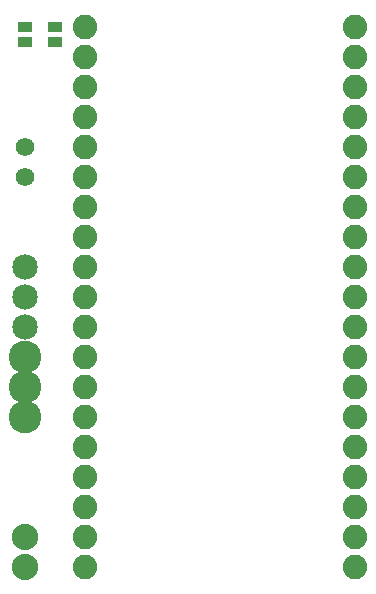
<source format=gts>
G04 MADE WITH FRITZING*
G04 WWW.FRITZING.ORG*
G04 DOUBLE SIDED*
G04 HOLES PLATED*
G04 CONTOUR ON CENTER OF CONTOUR VECTOR*
%ASAXBY*%
%FSLAX23Y23*%
%MOIN*%
%OFA0B0*%
%SFA1.0B1.0*%
%ADD10C,0.085000*%
%ADD11C,0.061496*%
%ADD12C,0.081858*%
%ADD13C,0.088000*%
%ADD14C,0.109055*%
%ADD15R,0.045433X0.037559*%
%LNMASK1*%
G90*
G70*
G54D10*
X185Y1078D03*
X185Y978D03*
X185Y878D03*
G54D11*
X185Y1478D03*
X185Y1378D03*
X185Y1478D03*
X185Y1378D03*
G54D12*
X385Y1878D03*
X385Y1777D03*
X385Y1678D03*
X385Y1577D03*
X385Y1478D03*
X385Y1378D03*
X385Y1277D03*
X385Y1178D03*
X385Y1077D03*
X385Y978D03*
X385Y878D03*
X385Y777D03*
X385Y678D03*
X385Y577D03*
X385Y478D03*
X385Y378D03*
X385Y278D03*
X385Y178D03*
X385Y77D03*
X1285Y77D03*
X1285Y178D03*
X1285Y278D03*
X1285Y378D03*
X1285Y478D03*
X1285Y577D03*
X1285Y678D03*
X1285Y777D03*
X1285Y878D03*
X1285Y978D03*
X1285Y1077D03*
X1285Y1178D03*
X1285Y1277D03*
X1285Y1378D03*
X1285Y1478D03*
X1285Y1577D03*
X1285Y1678D03*
X1285Y1777D03*
X1285Y1878D03*
G54D13*
X185Y178D03*
X185Y78D03*
G54D14*
X185Y778D03*
X185Y678D03*
X185Y578D03*
G54D15*
X285Y1827D03*
X285Y1878D03*
X185Y1827D03*
X185Y1878D03*
G04 End of Mask1*
M02*
</source>
